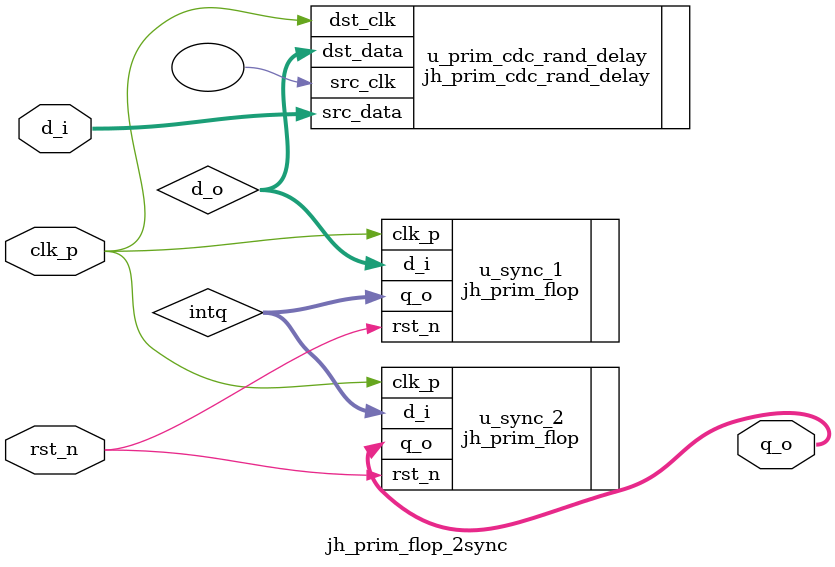
<source format=sv>

module jh_prim_flop_2sync #(
  parameter int               Width      = 16,
  parameter logic [Width-1:0] ResetValue = '0,
  parameter int               CdcLatencyPs = 1000,
  parameter int               CdcJitterPs = 1000
) (
  input                    clk_p,
  input                    rst_n,
  input        [Width-1:0] d_i,
  output logic [Width-1:0] q_o
);

  logic [Width-1:0] d_o;

  jh_prim_cdc_rand_delay #(
    .DataWidth(Width),
    .UseSourceClock(0),
    .LatencyPs(CdcLatencyPs),
    .JitterPs(CdcJitterPs)
  ) u_prim_cdc_rand_delay (
    .src_clk(),
    .src_data(d_i),
    .dst_clk(clk_p),
    .dst_data(d_o)
  );

  logic [Width-1:0] intq;

  jh_prim_flop #(
    .Width(Width),
    .ResetValue(ResetValue)
  ) u_sync_1 (
    .clk_p,
    .rst_n,
    .d_i(d_o),
    .q_o(intq)
  );

  jh_prim_flop #(
    .Width(Width),
    .ResetValue(ResetValue)
  ) u_sync_2 (
    .clk_p,
    .rst_n,
    .d_i(intq),
    .q_o
  );

endmodule : jh_prim_flop_2sync

</source>
